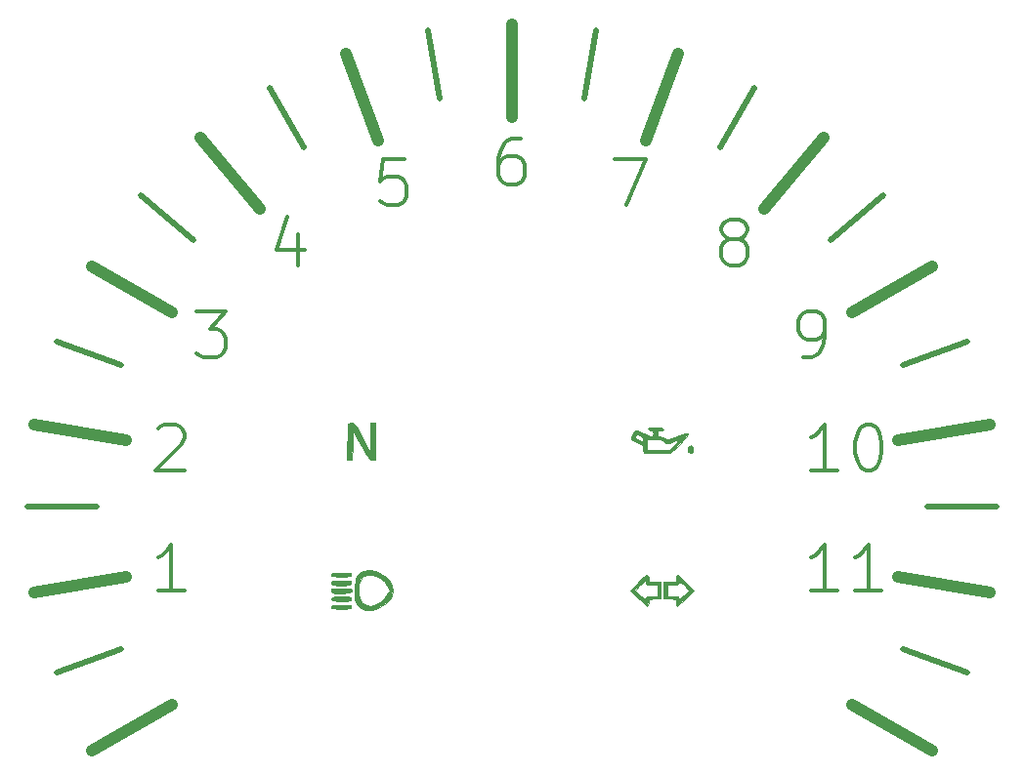
<source format=gbr>
%TF.GenerationSoftware,KiCad,Pcbnew,5.1.10*%
%TF.CreationDate,2021-09-26T09:48:59+10:00*%
%TF.ProjectId,pcb-face,7063622d-6661-4636-952e-6b696361645f,rev?*%
%TF.SameCoordinates,Original*%
%TF.FileFunction,Legend,Top*%
%TF.FilePolarity,Positive*%
%FSLAX46Y46*%
G04 Gerber Fmt 4.6, Leading zero omitted, Abs format (unit mm)*
G04 Created by KiCad (PCBNEW 5.1.10) date 2021-09-26 09:48:59*
%MOMM*%
%LPD*%
G01*
G04 APERTURE LIST*
%ADD10C,0.500000*%
%ADD11C,1.000000*%
%ADD12C,0.300000*%
%ADD13C,0.010000*%
G04 APERTURE END LIST*
D10*
X110532910Y-114139821D02*
X116171066Y-112087700D01*
X108000000Y-99774975D02*
X114000000Y-99774975D01*
X157293223Y-58413049D02*
X156251334Y-64321896D01*
X182173867Y-72777895D02*
X177577600Y-76634621D01*
X110532910Y-85410129D02*
X116171066Y-87462250D01*
X171000000Y-63401908D02*
X168000000Y-68598060D01*
X129000000Y-63401908D02*
X132000000Y-68598060D01*
X189467090Y-114139821D02*
X183828934Y-112087700D01*
X189467090Y-85410129D02*
X183828934Y-87462250D01*
X192000000Y-99774975D02*
X186000000Y-99774975D01*
X117826133Y-72777895D02*
X122422400Y-76634621D01*
X142706777Y-58413049D02*
X143748666Y-64321896D01*
D11*
X191361926Y-92636353D02*
X183483464Y-94025538D01*
X150000000Y-57929576D02*
X150000000Y-65929576D01*
X113626933Y-78929576D02*
X120555136Y-82929576D01*
X176997080Y-67755709D02*
X171854779Y-73884065D01*
X191361926Y-107222799D02*
X183483464Y-105833614D01*
X135635154Y-60462486D02*
X138371315Y-67980027D01*
X164364846Y-60462486D02*
X161628685Y-67980027D01*
X108638074Y-92636353D02*
X116516536Y-94025538D01*
X113626933Y-120929576D02*
X120555136Y-116929576D01*
X186373067Y-78929576D02*
X179444864Y-82929576D01*
X123002920Y-67755709D02*
X128145221Y-73884065D01*
X186373067Y-120929576D02*
X179444864Y-116929576D01*
X108638074Y-107222799D02*
X116516536Y-105833614D01*
D12*
X122685904Y-82809523D02*
X125162095Y-82809523D01*
X123828761Y-84333333D01*
X124400190Y-84333333D01*
X124781142Y-84523809D01*
X124971618Y-84714285D01*
X125162095Y-85095238D01*
X125162095Y-86047619D01*
X124971618Y-86428571D01*
X124781142Y-86619047D01*
X124400190Y-86809523D01*
X123257333Y-86809523D01*
X122876380Y-86619047D01*
X122685904Y-86428571D01*
X178238095Y-96600078D02*
X175952380Y-96600078D01*
X177095238Y-96600078D02*
X177095238Y-92600078D01*
X176714285Y-93171507D01*
X176333333Y-93552459D01*
X175952380Y-93742935D01*
X180714285Y-92600078D02*
X181095238Y-92600078D01*
X181476190Y-92790555D01*
X181666666Y-92981031D01*
X181857142Y-93361983D01*
X182047619Y-94123888D01*
X182047619Y-95076269D01*
X181857142Y-95838174D01*
X181666666Y-96219126D01*
X181476190Y-96409602D01*
X181095238Y-96600078D01*
X180714285Y-96600078D01*
X180333333Y-96409602D01*
X180142857Y-96219126D01*
X179952380Y-95838174D01*
X179761904Y-95076269D01*
X179761904Y-94123888D01*
X179952380Y-93361983D01*
X180142857Y-92981031D01*
X180333333Y-92790555D01*
X180714285Y-92600078D01*
X158927270Y-69618744D02*
X161593937Y-69618744D01*
X159879651Y-73618744D01*
X178238095Y-107018968D02*
X175952380Y-107018968D01*
X177095238Y-107018968D02*
X177095238Y-103018968D01*
X176714285Y-103590397D01*
X176333333Y-103971349D01*
X175952380Y-104161825D01*
X182047619Y-107018968D02*
X179761904Y-107018968D01*
X180904761Y-107018968D02*
X180904761Y-103018968D01*
X180523809Y-103590397D01*
X180142857Y-103971349D01*
X179761904Y-104161825D01*
X150761904Y-67809523D02*
X150000000Y-67809523D01*
X149619047Y-68000000D01*
X149428571Y-68190476D01*
X149047619Y-68761904D01*
X148857142Y-69523809D01*
X148857142Y-71047619D01*
X149047619Y-71428571D01*
X149238095Y-71619047D01*
X149619047Y-71809523D01*
X150380952Y-71809523D01*
X150761904Y-71619047D01*
X150952380Y-71428571D01*
X151142857Y-71047619D01*
X151142857Y-70095238D01*
X150952380Y-69714285D01*
X150761904Y-69523809D01*
X150380952Y-69333333D01*
X149619047Y-69333333D01*
X149238095Y-69523809D01*
X149047619Y-69714285D01*
X148857142Y-70095238D01*
X140691776Y-69618744D02*
X138787015Y-69618744D01*
X138596538Y-71523506D01*
X138787015Y-71333030D01*
X139167967Y-71142554D01*
X140120348Y-71142554D01*
X140501300Y-71333030D01*
X140691776Y-71523506D01*
X140882253Y-71904459D01*
X140882253Y-72856840D01*
X140691776Y-73237792D01*
X140501300Y-73428268D01*
X140120348Y-73618744D01*
X139167967Y-73618744D01*
X138787015Y-73428268D01*
X138596538Y-73237792D01*
X168902675Y-76542476D02*
X168521723Y-76352000D01*
X168331247Y-76161524D01*
X168140770Y-75780571D01*
X168140770Y-75590095D01*
X168331247Y-75209143D01*
X168521723Y-75018667D01*
X168902675Y-74828190D01*
X169664580Y-74828190D01*
X170045532Y-75018667D01*
X170236008Y-75209143D01*
X170426485Y-75590095D01*
X170426485Y-75780571D01*
X170236008Y-76161524D01*
X170045532Y-76352000D01*
X169664580Y-76542476D01*
X168902675Y-76542476D01*
X168521723Y-76732952D01*
X168331247Y-76923428D01*
X168140770Y-77304381D01*
X168140770Y-78066286D01*
X168331247Y-78447238D01*
X168521723Y-78637714D01*
X168902675Y-78828190D01*
X169664580Y-78828190D01*
X170045532Y-78637714D01*
X170236008Y-78447238D01*
X170426485Y-78066286D01*
X170426485Y-77304381D01*
X170236008Y-76923428D01*
X170045532Y-76732952D01*
X169664580Y-76542476D01*
X131478276Y-76161524D02*
X131478276Y-78828190D01*
X130525895Y-74637714D02*
X129573514Y-77494857D01*
X132049705Y-77494857D01*
X121598624Y-107018968D02*
X119312909Y-107018968D01*
X120455767Y-107018968D02*
X120455767Y-103018968D01*
X120074814Y-103590397D01*
X119693862Y-103971349D01*
X119312909Y-104161825D01*
X175218857Y-86809523D02*
X175980762Y-86809523D01*
X176361714Y-86619047D01*
X176552190Y-86428571D01*
X176933142Y-85857142D01*
X177123619Y-85095238D01*
X177123619Y-83571428D01*
X176933142Y-83190476D01*
X176742666Y-83000000D01*
X176361714Y-82809523D01*
X175599809Y-82809523D01*
X175218857Y-83000000D01*
X175028381Y-83190476D01*
X174837904Y-83571428D01*
X174837904Y-84523809D01*
X175028381Y-84904761D01*
X175218857Y-85095238D01*
X175599809Y-85285714D01*
X176361714Y-85285714D01*
X176742666Y-85095238D01*
X176933142Y-84904761D01*
X177123619Y-84523809D01*
X119312909Y-92981031D02*
X119503386Y-92790555D01*
X119884338Y-92600078D01*
X120836719Y-92600078D01*
X121217671Y-92790555D01*
X121408147Y-92981031D01*
X121598624Y-93361983D01*
X121598624Y-93742935D01*
X121408147Y-94314364D01*
X119122433Y-96600078D01*
X121598624Y-96600078D01*
D13*
G36*
X162749877Y-92905215D02*
G01*
X162960406Y-92926567D01*
X163061838Y-92968953D01*
X163084667Y-93026333D01*
X163008938Y-93127159D01*
X162830667Y-93153333D01*
X162650758Y-93174312D01*
X162584448Y-93273273D01*
X162576667Y-93407333D01*
X162598023Y-93587546D01*
X162696168Y-93653901D01*
X162819248Y-93661333D01*
X163067329Y-93714613D01*
X163265250Y-93821343D01*
X163360460Y-93890116D01*
X163453451Y-93923138D01*
X163579008Y-93915115D01*
X163771913Y-93860754D01*
X164066951Y-93754762D01*
X164313834Y-93661774D01*
X164710508Y-93521625D01*
X165013694Y-93434643D01*
X165199114Y-93407204D01*
X165240716Y-93418381D01*
X165217919Y-93508797D01*
X165078251Y-93699367D01*
X164831606Y-93977977D01*
X164522722Y-94297616D01*
X163723011Y-95100667D01*
X161401069Y-95100667D01*
X161375035Y-94745560D01*
X161350615Y-94539653D01*
X161288167Y-94411869D01*
X161146614Y-94315643D01*
X160904674Y-94212335D01*
X160643306Y-94098536D01*
X160443210Y-93995107D01*
X160371158Y-93945025D01*
X160342094Y-93813444D01*
X160361925Y-93716903D01*
X160642946Y-93716903D01*
X160677718Y-93806991D01*
X160835631Y-93896671D01*
X160946833Y-93944248D01*
X161197275Y-94042458D01*
X161330064Y-94066652D01*
X161382361Y-94011422D01*
X161388899Y-93915333D01*
X161645333Y-93915333D01*
X161645333Y-94846667D01*
X163640784Y-94846667D01*
X164103559Y-94371920D01*
X164327452Y-94133908D01*
X164428092Y-93995999D01*
X164398138Y-93951188D01*
X164230250Y-93992471D01*
X163917086Y-94112846D01*
X163857493Y-94137142D01*
X163549894Y-94236020D01*
X163331262Y-94229612D01*
X163155377Y-94114598D01*
X163127000Y-94084667D01*
X163019771Y-93996291D01*
X162867857Y-93944580D01*
X162628125Y-93920597D01*
X162309544Y-93915333D01*
X161645333Y-93915333D01*
X161388899Y-93915333D01*
X161391333Y-93879566D01*
X161351988Y-93724337D01*
X161205978Y-93618862D01*
X161084940Y-93573346D01*
X160869887Y-93516817D01*
X160753549Y-93535072D01*
X160705236Y-93587947D01*
X160642946Y-93716903D01*
X160361925Y-93716903D01*
X160384633Y-93606359D01*
X160474078Y-93385969D01*
X160585733Y-93214473D01*
X160685500Y-93153333D01*
X160818867Y-93184977D01*
X161058728Y-93268570D01*
X161356919Y-93387106D01*
X161404839Y-93407333D01*
X161772491Y-93557963D01*
X162013488Y-93635759D01*
X162153961Y-93640900D01*
X162220043Y-93573561D01*
X162237863Y-93433918D01*
X162238000Y-93412957D01*
X162210175Y-93229019D01*
X162095038Y-93151916D01*
X162011696Y-93137790D01*
X161831752Y-93082563D01*
X161750640Y-93005167D01*
X161779089Y-92949661D01*
X161923086Y-92916108D01*
X162203981Y-92901030D01*
X162400278Y-92899333D01*
X162749877Y-92905215D01*
G37*
X162749877Y-92905215D02*
X162960406Y-92926567D01*
X163061838Y-92968953D01*
X163084667Y-93026333D01*
X163008938Y-93127159D01*
X162830667Y-93153333D01*
X162650758Y-93174312D01*
X162584448Y-93273273D01*
X162576667Y-93407333D01*
X162598023Y-93587546D01*
X162696168Y-93653901D01*
X162819248Y-93661333D01*
X163067329Y-93714613D01*
X163265250Y-93821343D01*
X163360460Y-93890116D01*
X163453451Y-93923138D01*
X163579008Y-93915115D01*
X163771913Y-93860754D01*
X164066951Y-93754762D01*
X164313834Y-93661774D01*
X164710508Y-93521625D01*
X165013694Y-93434643D01*
X165199114Y-93407204D01*
X165240716Y-93418381D01*
X165217919Y-93508797D01*
X165078251Y-93699367D01*
X164831606Y-93977977D01*
X164522722Y-94297616D01*
X163723011Y-95100667D01*
X161401069Y-95100667D01*
X161375035Y-94745560D01*
X161350615Y-94539653D01*
X161288167Y-94411869D01*
X161146614Y-94315643D01*
X160904674Y-94212335D01*
X160643306Y-94098536D01*
X160443210Y-93995107D01*
X160371158Y-93945025D01*
X160342094Y-93813444D01*
X160361925Y-93716903D01*
X160642946Y-93716903D01*
X160677718Y-93806991D01*
X160835631Y-93896671D01*
X160946833Y-93944248D01*
X161197275Y-94042458D01*
X161330064Y-94066652D01*
X161382361Y-94011422D01*
X161388899Y-93915333D01*
X161645333Y-93915333D01*
X161645333Y-94846667D01*
X163640784Y-94846667D01*
X164103559Y-94371920D01*
X164327452Y-94133908D01*
X164428092Y-93995999D01*
X164398138Y-93951188D01*
X164230250Y-93992471D01*
X163917086Y-94112846D01*
X163857493Y-94137142D01*
X163549894Y-94236020D01*
X163331262Y-94229612D01*
X163155377Y-94114598D01*
X163127000Y-94084667D01*
X163019771Y-93996291D01*
X162867857Y-93944580D01*
X162628125Y-93920597D01*
X162309544Y-93915333D01*
X161645333Y-93915333D01*
X161388899Y-93915333D01*
X161391333Y-93879566D01*
X161351988Y-93724337D01*
X161205978Y-93618862D01*
X161084940Y-93573346D01*
X160869887Y-93516817D01*
X160753549Y-93535072D01*
X160705236Y-93587947D01*
X160642946Y-93716903D01*
X160361925Y-93716903D01*
X160384633Y-93606359D01*
X160474078Y-93385969D01*
X160585733Y-93214473D01*
X160685500Y-93153333D01*
X160818867Y-93184977D01*
X161058728Y-93268570D01*
X161356919Y-93387106D01*
X161404839Y-93407333D01*
X161772491Y-93557963D01*
X162013488Y-93635759D01*
X162153961Y-93640900D01*
X162220043Y-93573561D01*
X162237863Y-93433918D01*
X162238000Y-93412957D01*
X162210175Y-93229019D01*
X162095038Y-93151916D01*
X162011696Y-93137790D01*
X161831752Y-93082563D01*
X161750640Y-93005167D01*
X161779089Y-92949661D01*
X161923086Y-92916108D01*
X162203981Y-92901030D01*
X162400278Y-92899333D01*
X162749877Y-92905215D01*
G36*
X165559441Y-94495600D02*
G01*
X165648655Y-94664143D01*
X165693026Y-94856576D01*
X165680787Y-94968267D01*
X165564259Y-95076781D01*
X165455333Y-95100667D01*
X165290408Y-95043894D01*
X165229879Y-94968267D01*
X165224069Y-94802943D01*
X165284424Y-94609969D01*
X165380998Y-94461731D01*
X165455333Y-94423333D01*
X165559441Y-94495600D01*
G37*
X165559441Y-94495600D02*
X165648655Y-94664143D01*
X165693026Y-94856576D01*
X165680787Y-94968267D01*
X165564259Y-95076781D01*
X165455333Y-95100667D01*
X165290408Y-95043894D01*
X165229879Y-94968267D01*
X165224069Y-94802943D01*
X165284424Y-94609969D01*
X165380998Y-94461731D01*
X165455333Y-94423333D01*
X165559441Y-94495600D01*
G36*
X164393016Y-105702352D02*
G01*
X164581723Y-105857024D01*
X164830929Y-106084771D01*
X165074333Y-106322666D01*
X165747694Y-107000000D01*
X165074333Y-107677333D01*
X164795595Y-107948586D01*
X164552748Y-108168099D01*
X164374140Y-108311294D01*
X164293153Y-108354667D01*
X164214783Y-108277396D01*
X164185342Y-108066934D01*
X164185333Y-108062373D01*
X164185333Y-107770080D01*
X163656167Y-107744873D01*
X163127000Y-107719667D01*
X163127000Y-106492000D01*
X163423333Y-106492000D01*
X163423333Y-107508000D01*
X163931333Y-107508000D01*
X164213605Y-107513265D01*
X164366066Y-107538865D01*
X164428147Y-107599507D01*
X164439333Y-107697492D01*
X164453796Y-107779766D01*
X164512406Y-107778470D01*
X164637996Y-107680529D01*
X164853398Y-107472865D01*
X164882825Y-107443492D01*
X165326317Y-107000000D01*
X164882825Y-106556508D01*
X164656420Y-106336282D01*
X164522280Y-106227184D01*
X164457570Y-106216136D01*
X164439461Y-106290062D01*
X164439333Y-106302508D01*
X164425219Y-106407800D01*
X164356589Y-106464670D01*
X164194015Y-106487827D01*
X163931333Y-106492000D01*
X163423333Y-106492000D01*
X163127000Y-106492000D01*
X163127000Y-106280333D01*
X163656167Y-106255126D01*
X164185333Y-106229920D01*
X164185333Y-105937626D01*
X164213836Y-105725169D01*
X164291471Y-105645357D01*
X164293153Y-105645333D01*
X164393016Y-105702352D01*
G37*
X164393016Y-105702352D02*
X164581723Y-105857024D01*
X164830929Y-106084771D01*
X165074333Y-106322666D01*
X165747694Y-107000000D01*
X165074333Y-107677333D01*
X164795595Y-107948586D01*
X164552748Y-108168099D01*
X164374140Y-108311294D01*
X164293153Y-108354667D01*
X164214783Y-108277396D01*
X164185342Y-108066934D01*
X164185333Y-108062373D01*
X164185333Y-107770080D01*
X163656167Y-107744873D01*
X163127000Y-107719667D01*
X163127000Y-106492000D01*
X163423333Y-106492000D01*
X163423333Y-107508000D01*
X163931333Y-107508000D01*
X164213605Y-107513265D01*
X164366066Y-107538865D01*
X164428147Y-107599507D01*
X164439333Y-107697492D01*
X164453796Y-107779766D01*
X164512406Y-107778470D01*
X164637996Y-107680529D01*
X164853398Y-107472865D01*
X164882825Y-107443492D01*
X165326317Y-107000000D01*
X164882825Y-106556508D01*
X164656420Y-106336282D01*
X164522280Y-106227184D01*
X164457570Y-106216136D01*
X164439461Y-106290062D01*
X164439333Y-106302508D01*
X164425219Y-106407800D01*
X164356589Y-106464670D01*
X164194015Y-106487827D01*
X163931333Y-106492000D01*
X163423333Y-106492000D01*
X163127000Y-106492000D01*
X163127000Y-106280333D01*
X163656167Y-106255126D01*
X164185333Y-106229920D01*
X164185333Y-105937626D01*
X164213836Y-105725169D01*
X164291471Y-105645357D01*
X164293153Y-105645333D01*
X164393016Y-105702352D01*
G36*
X161785217Y-105722604D02*
G01*
X161814658Y-105933066D01*
X161814667Y-105937626D01*
X161814667Y-106229920D01*
X162343833Y-106255126D01*
X162873000Y-106280333D01*
X162873000Y-107719667D01*
X162343833Y-107744873D01*
X161814667Y-107770080D01*
X161814667Y-108062373D01*
X161786163Y-108274831D01*
X161708529Y-108354642D01*
X161706847Y-108354667D01*
X161606984Y-108297648D01*
X161418276Y-108142976D01*
X161169071Y-107915229D01*
X160925666Y-107677333D01*
X160252307Y-107000000D01*
X160254485Y-106997809D01*
X160675874Y-106997809D01*
X161097103Y-107426592D01*
X161317234Y-107643735D01*
X161448732Y-107749346D01*
X161516453Y-107757571D01*
X161545253Y-107682552D01*
X161545388Y-107681688D01*
X161580866Y-107583748D01*
X161675805Y-107531260D01*
X161871467Y-107510681D01*
X162074555Y-107508000D01*
X162576667Y-107508000D01*
X162576667Y-106492000D01*
X162068667Y-106492000D01*
X161786395Y-106486735D01*
X161633934Y-106461135D01*
X161571853Y-106400492D01*
X161560667Y-106302508D01*
X161546231Y-106220119D01*
X161487680Y-106221353D01*
X161362145Y-106319280D01*
X161146758Y-106526975D01*
X161118270Y-106555412D01*
X160675874Y-106997809D01*
X160254485Y-106997809D01*
X160925667Y-106322667D01*
X161204405Y-106051414D01*
X161447251Y-105831901D01*
X161625860Y-105688706D01*
X161706847Y-105645333D01*
X161785217Y-105722604D01*
G37*
X161785217Y-105722604D02*
X161814658Y-105933066D01*
X161814667Y-105937626D01*
X161814667Y-106229920D01*
X162343833Y-106255126D01*
X162873000Y-106280333D01*
X162873000Y-107719667D01*
X162343833Y-107744873D01*
X161814667Y-107770080D01*
X161814667Y-108062373D01*
X161786163Y-108274831D01*
X161708529Y-108354642D01*
X161706847Y-108354667D01*
X161606984Y-108297648D01*
X161418276Y-108142976D01*
X161169071Y-107915229D01*
X160925666Y-107677333D01*
X160252307Y-107000000D01*
X160254485Y-106997809D01*
X160675874Y-106997809D01*
X161097103Y-107426592D01*
X161317234Y-107643735D01*
X161448732Y-107749346D01*
X161516453Y-107757571D01*
X161545253Y-107682552D01*
X161545388Y-107681688D01*
X161580866Y-107583748D01*
X161675805Y-107531260D01*
X161871467Y-107510681D01*
X162074555Y-107508000D01*
X162576667Y-107508000D01*
X162576667Y-106492000D01*
X162068667Y-106492000D01*
X161786395Y-106486735D01*
X161633934Y-106461135D01*
X161571853Y-106400492D01*
X161560667Y-106302508D01*
X161546231Y-106220119D01*
X161487680Y-106221353D01*
X161362145Y-106319280D01*
X161146758Y-106526975D01*
X161118270Y-106555412D01*
X160675874Y-106997809D01*
X160254485Y-106997809D01*
X160925667Y-106322667D01*
X161204405Y-106051414D01*
X161447251Y-105831901D01*
X161625860Y-105688706D01*
X161706847Y-105645333D01*
X161785217Y-105722604D01*
G36*
X135626298Y-106844543D02*
G01*
X135933172Y-106887987D01*
X136088542Y-106963724D01*
X136100251Y-107074478D01*
X136056285Y-107141919D01*
X135931851Y-107193003D01*
X135687278Y-107229554D01*
X135371223Y-107250565D01*
X135032338Y-107255027D01*
X134719278Y-107241931D01*
X134480698Y-107210269D01*
X134384162Y-107176582D01*
X134308069Y-107045444D01*
X134318005Y-106966211D01*
X134372730Y-106900624D01*
X134496772Y-106859560D01*
X134721491Y-106837972D01*
X135078248Y-106830813D01*
X135160076Y-106830667D01*
X135626298Y-106844543D01*
G37*
X135626298Y-106844543D02*
X135933172Y-106887987D01*
X136088542Y-106963724D01*
X136100251Y-107074478D01*
X136056285Y-107141919D01*
X135931851Y-107193003D01*
X135687278Y-107229554D01*
X135371223Y-107250565D01*
X135032338Y-107255027D01*
X134719278Y-107241931D01*
X134480698Y-107210269D01*
X134384162Y-107176582D01*
X134308069Y-107045444D01*
X134318005Y-106966211D01*
X134372730Y-106900624D01*
X134496772Y-106859560D01*
X134721491Y-106837972D01*
X135078248Y-106830813D01*
X135160076Y-106830667D01*
X135626298Y-106844543D01*
G36*
X135264333Y-107528782D02*
G01*
X135626537Y-107541748D01*
X135853073Y-107561714D01*
X135977593Y-107597726D01*
X136033751Y-107658826D01*
X136053388Y-107740833D01*
X136058773Y-107826931D01*
X136025613Y-107882176D01*
X135924168Y-107913408D01*
X135724699Y-107927470D01*
X135397465Y-107931201D01*
X135225231Y-107931333D01*
X134824224Y-107926928D01*
X134562089Y-107910694D01*
X134408525Y-107878105D01*
X134333226Y-107824631D01*
X134318005Y-107795788D01*
X134310245Y-107669434D01*
X134412201Y-107585193D01*
X134640254Y-107538445D01*
X135010783Y-107524567D01*
X135264333Y-107528782D01*
G37*
X135264333Y-107528782D02*
X135626537Y-107541748D01*
X135853073Y-107561714D01*
X135977593Y-107597726D01*
X136033751Y-107658826D01*
X136053388Y-107740833D01*
X136058773Y-107826931D01*
X136025613Y-107882176D01*
X135924168Y-107913408D01*
X135724699Y-107927470D01*
X135397465Y-107931201D01*
X135225231Y-107931333D01*
X134824224Y-107926928D01*
X134562089Y-107910694D01*
X134408525Y-107878105D01*
X134333226Y-107824631D01*
X134318005Y-107795788D01*
X134310245Y-107669434D01*
X134412201Y-107585193D01*
X134640254Y-107538445D01*
X135010783Y-107524567D01*
X135264333Y-107528782D01*
G36*
X135611002Y-108272350D02*
G01*
X135856431Y-108283521D01*
X135994019Y-108309699D01*
X136054503Y-108357066D01*
X136068620Y-108431806D01*
X136068667Y-108439333D01*
X136056987Y-108516590D01*
X136001458Y-108565967D01*
X135871344Y-108593648D01*
X135635907Y-108605817D01*
X135264412Y-108608657D01*
X135226997Y-108608667D01*
X134859137Y-108600601D01*
X134563279Y-108578767D01*
X134376823Y-108546706D01*
X134333000Y-108524000D01*
X134304974Y-108415414D01*
X134388374Y-108340407D01*
X134599157Y-108294446D01*
X134953278Y-108272996D01*
X135226997Y-108270000D01*
X135611002Y-108272350D01*
G37*
X135611002Y-108272350D02*
X135856431Y-108283521D01*
X135994019Y-108309699D01*
X136054503Y-108357066D01*
X136068620Y-108431806D01*
X136068667Y-108439333D01*
X136056987Y-108516590D01*
X136001458Y-108565967D01*
X135871344Y-108593648D01*
X135635907Y-108605817D01*
X135264412Y-108608657D01*
X135226997Y-108608667D01*
X134859137Y-108600601D01*
X134563279Y-108578767D01*
X134376823Y-108546706D01*
X134333000Y-108524000D01*
X134304974Y-108415414D01*
X134388374Y-108340407D01*
X134599157Y-108294446D01*
X134953278Y-108272996D01*
X135226997Y-108270000D01*
X135611002Y-108272350D01*
G36*
X137682068Y-105282561D02*
G01*
X138183676Y-105367759D01*
X138657491Y-105565308D01*
X139075239Y-105851252D01*
X139408646Y-106201641D01*
X139629435Y-106592519D01*
X139709333Y-106999933D01*
X139709333Y-107000000D01*
X139629766Y-107409763D01*
X139411378Y-107796257D01*
X139084638Y-108139990D01*
X138680018Y-108421470D01*
X138227987Y-108621207D01*
X137759014Y-108719709D01*
X137303572Y-108697485D01*
X137130241Y-108649805D01*
X136789572Y-108466027D01*
X136547127Y-108181709D01*
X136397209Y-107783383D01*
X136334120Y-107257581D01*
X136338526Y-106889083D01*
X136697460Y-106889083D01*
X136713996Y-107328103D01*
X136796928Y-107731232D01*
X136946255Y-108050551D01*
X137046224Y-108164167D01*
X137349118Y-108322393D01*
X137743549Y-108343407D01*
X138093856Y-108271953D01*
X138539479Y-108072065D01*
X138924776Y-107763658D01*
X139197109Y-107389350D01*
X139205908Y-107371548D01*
X139385772Y-107000000D01*
X139205908Y-106628451D01*
X138967863Y-106280146D01*
X138641286Y-105995726D01*
X138261586Y-105788187D01*
X137864169Y-105670522D01*
X137484444Y-105655727D01*
X137157817Y-105756797D01*
X137046224Y-105835833D01*
X136863573Y-106095031D01*
X136747319Y-106462087D01*
X136697460Y-106889083D01*
X136338526Y-106889083D01*
X136339810Y-106781794D01*
X136413676Y-106212287D01*
X136572842Y-105785161D01*
X136824212Y-105492705D01*
X137174690Y-105327208D01*
X137631180Y-105280960D01*
X137682068Y-105282561D01*
G37*
X137682068Y-105282561D02*
X138183676Y-105367759D01*
X138657491Y-105565308D01*
X139075239Y-105851252D01*
X139408646Y-106201641D01*
X139629435Y-106592519D01*
X139709333Y-106999933D01*
X139709333Y-107000000D01*
X139629766Y-107409763D01*
X139411378Y-107796257D01*
X139084638Y-108139990D01*
X138680018Y-108421470D01*
X138227987Y-108621207D01*
X137759014Y-108719709D01*
X137303572Y-108697485D01*
X137130241Y-108649805D01*
X136789572Y-108466027D01*
X136547127Y-108181709D01*
X136397209Y-107783383D01*
X136334120Y-107257581D01*
X136338526Y-106889083D01*
X136697460Y-106889083D01*
X136713996Y-107328103D01*
X136796928Y-107731232D01*
X136946255Y-108050551D01*
X137046224Y-108164167D01*
X137349118Y-108322393D01*
X137743549Y-108343407D01*
X138093856Y-108271953D01*
X138539479Y-108072065D01*
X138924776Y-107763658D01*
X139197109Y-107389350D01*
X139205908Y-107371548D01*
X139385772Y-107000000D01*
X139205908Y-106628451D01*
X138967863Y-106280146D01*
X138641286Y-105995726D01*
X138261586Y-105788187D01*
X137864169Y-105670522D01*
X137484444Y-105655727D01*
X137157817Y-105756797D01*
X137046224Y-105835833D01*
X136863573Y-106095031D01*
X136747319Y-106462087D01*
X136697460Y-106889083D01*
X136338526Y-106889083D01*
X136339810Y-106781794D01*
X136413676Y-106212287D01*
X136572842Y-105785161D01*
X136824212Y-105492705D01*
X137174690Y-105327208D01*
X137631180Y-105280960D01*
X137682068Y-105282561D01*
G36*
X135611002Y-105478350D02*
G01*
X135856431Y-105489521D01*
X135994019Y-105515699D01*
X136054503Y-105563066D01*
X136068620Y-105637806D01*
X136068667Y-105645333D01*
X136056987Y-105722590D01*
X136001458Y-105771967D01*
X135871344Y-105799648D01*
X135635907Y-105811817D01*
X135264412Y-105814657D01*
X135226997Y-105814667D01*
X134859137Y-105806601D01*
X134563279Y-105784767D01*
X134376823Y-105752706D01*
X134333000Y-105730000D01*
X134304974Y-105621414D01*
X134388374Y-105546407D01*
X134599157Y-105500446D01*
X134953278Y-105478996D01*
X135226997Y-105476000D01*
X135611002Y-105478350D01*
G37*
X135611002Y-105478350D02*
X135856431Y-105489521D01*
X135994019Y-105515699D01*
X136054503Y-105563066D01*
X136068620Y-105637806D01*
X136068667Y-105645333D01*
X136056987Y-105722590D01*
X136001458Y-105771967D01*
X135871344Y-105799648D01*
X135635907Y-105811817D01*
X135264412Y-105814657D01*
X135226997Y-105814667D01*
X134859137Y-105806601D01*
X134563279Y-105784767D01*
X134376823Y-105752706D01*
X134333000Y-105730000D01*
X134304974Y-105621414D01*
X134388374Y-105546407D01*
X134599157Y-105500446D01*
X134953278Y-105478996D01*
X135226997Y-105476000D01*
X135611002Y-105478350D01*
G36*
X135606213Y-106155932D02*
G01*
X135854181Y-106167553D01*
X135993646Y-106193933D01*
X136055008Y-106240809D01*
X136068667Y-106313608D01*
X136006418Y-106472715D01*
X135934742Y-106525275D01*
X135765058Y-106555874D01*
X135490441Y-106571814D01*
X135163715Y-106573981D01*
X134837703Y-106563263D01*
X134565229Y-106540545D01*
X134399114Y-106506715D01*
X134384162Y-106499248D01*
X134308069Y-106368111D01*
X134318005Y-106288878D01*
X134370306Y-106225393D01*
X134488801Y-106184788D01*
X134703885Y-106162492D01*
X135045955Y-106153934D01*
X135219343Y-106153333D01*
X135606213Y-106155932D01*
G37*
X135606213Y-106155932D02*
X135854181Y-106167553D01*
X135993646Y-106193933D01*
X136055008Y-106240809D01*
X136068667Y-106313608D01*
X136006418Y-106472715D01*
X135934742Y-106525275D01*
X135765058Y-106555874D01*
X135490441Y-106571814D01*
X135163715Y-106573981D01*
X134837703Y-106563263D01*
X134565229Y-106540545D01*
X134399114Y-106506715D01*
X134384162Y-106499248D01*
X134308069Y-106368111D01*
X134318005Y-106288878D01*
X134370306Y-106225393D01*
X134488801Y-106184788D01*
X134703885Y-106162492D01*
X135045955Y-106153934D01*
X135219343Y-106153333D01*
X135606213Y-106155932D01*
G36*
X138143000Y-95651000D02*
G01*
X137914514Y-95677371D01*
X137822508Y-95681660D01*
X137739009Y-95659386D01*
X137651047Y-95592668D01*
X137545652Y-95463621D01*
X137409855Y-95254362D01*
X137230685Y-94947008D01*
X136995174Y-94523676D01*
X136740987Y-94059269D01*
X136195667Y-93060206D01*
X136172350Y-94376769D01*
X136149033Y-95693333D01*
X135726263Y-95693333D01*
X135772333Y-92518333D01*
X136042288Y-92492191D01*
X136146926Y-92483094D01*
X136232938Y-92491257D01*
X136314611Y-92535376D01*
X136406233Y-92634143D01*
X136522093Y-92806253D01*
X136676478Y-93070399D01*
X136883677Y-93445275D01*
X137157977Y-93949576D01*
X137162374Y-93957667D01*
X137760550Y-95058333D01*
X137761275Y-93767167D01*
X137762000Y-92476000D01*
X138189070Y-92476000D01*
X138143000Y-95651000D01*
G37*
X138143000Y-95651000D02*
X137914514Y-95677371D01*
X137822508Y-95681660D01*
X137739009Y-95659386D01*
X137651047Y-95592668D01*
X137545652Y-95463621D01*
X137409855Y-95254362D01*
X137230685Y-94947008D01*
X136995174Y-94523676D01*
X136740987Y-94059269D01*
X136195667Y-93060206D01*
X136172350Y-94376769D01*
X136149033Y-95693333D01*
X135726263Y-95693333D01*
X135772333Y-92518333D01*
X136042288Y-92492191D01*
X136146926Y-92483094D01*
X136232938Y-92491257D01*
X136314611Y-92535376D01*
X136406233Y-92634143D01*
X136522093Y-92806253D01*
X136676478Y-93070399D01*
X136883677Y-93445275D01*
X137157977Y-93949576D01*
X137162374Y-93957667D01*
X137760550Y-95058333D01*
X137761275Y-93767167D01*
X137762000Y-92476000D01*
X138189070Y-92476000D01*
X138143000Y-95651000D01*
M02*

</source>
